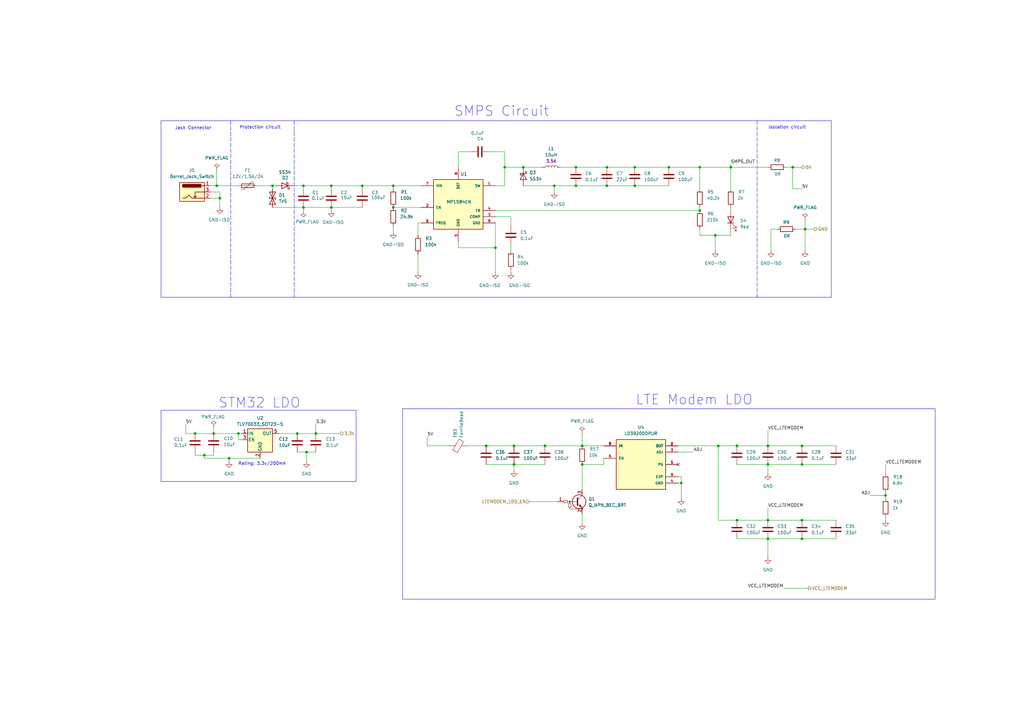
<source format=kicad_sch>
(kicad_sch (version 20231120) (generator "eeschema") (generator_version "8.0")
  (paper "A3")
  (lib_symbols
    (symbol "Connector:Barrel_Jack_Switch" (pin_names hide)
      (property "Reference" "J" (at 0 5.334 0))
      (property "Value" "Barrel_Jack_Switch" (at 0 -5.08 0))
      (symbol "Barrel_Jack_Switch_0_1"
        (rectangle (start -5.08 3.81) (end 5.08 -3.81) (stroke (width 0.254)) (fill (type background)))
        (arc (start -3.302 3.175) (mid -3.9343 2.54) (end -3.302 1.905) (stroke (width 0.254)))
        (arc (start -3.302 3.175) (mid -3.9343 2.54) (end -3.302 1.905) (stroke (width 0.254)) (fill (type outline)))
        (polyline (pts (xy 1.27 -2.286) (xy 1.905 -1.651)) (stroke (width 0.254)))
        (polyline (pts (xy 5.08 2.54) (xy 3.81 2.54)) (stroke (width 0.254)))
        (polyline (pts (xy 5.08 0) (xy 1.27 0) (xy 1.27 -2.286) (xy 0.635 -1.651)) (stroke (width 0.254)))
        (polyline (pts (xy -3.81 -2.54) (xy -2.54 -2.54) (xy -1.27 -1.27) (xy 0 -2.54) (xy 2.54 -2.54) (xy 5.08 -2.54)) (stroke (width 0.254)))
        (rectangle (start 3.683 3.175) (end -3.302 1.905) (stroke (width 0.254)) (fill (type outline)))
      )
      (symbol "Barrel_Jack_Switch_1_1"
        (pin passive line (at 7.62 2.54 180) (length 2.54) (name "~") (number "1"))
        (pin passive line (at 7.62 -2.54 180) (length 2.54) (name "~") (number "2"))
        (pin passive line (at 7.62 0 180) (length 2.54) (name "~") (number "3"))
      )
    )
    (symbol "Device:C" (pin_numbers hide) (pin_names (offset 0.254))
      (property "Reference" "C" (at 0.635 2.54 0))
      (property "Value" "C" (at 0.635 -2.54 0))
      (symbol "C_0_1"
        (polyline (pts (xy -2.032 -0.762) (xy 2.032 -0.762)) (stroke (width 0.508)))
        (polyline (pts (xy -2.032 0.762) (xy 2.032 0.762)) (stroke (width 0.508)))
      )
      (symbol "C_1_1"
        (pin passive line (at 0 3.81 270) (length 2.794) (name "~") (number "1"))
        (pin passive line (at 0 -3.81 90) (length 2.794) (name "~") (number "2"))
      )
    )
    (symbol "Device:D_Schottky" (pin_numbers hide) (pin_names (offset 1.016) hide)
      (property "Reference" "D" (at 0 2.54 0))
      (property "Value" "D_Schottky" (at 0 -2.54 0))
      (symbol "D_Schottky_0_1"
        (polyline (pts (xy 1.27 0) (xy -1.27 0)))
        (polyline (pts (xy 1.27 1.27) (xy 1.27 -1.27) (xy -1.27 0) (xy 1.27 1.27)) (stroke (width 0.254)))
        (polyline (pts (xy -1.905 0.635) (xy -1.905 1.27) (xy -1.27 1.27) (xy -1.27 -1.27) (xy -0.635 -1.27) (xy -0.635 -0.635)) (stroke (width 0.254)))
      )
      (symbol "D_Schottky_1_1"
        (pin passive line (at -3.81 0 0) (length 2.54) (name "K") (number "1"))
        (pin passive line (at 3.81 0 180) (length 2.54) (name "A") (number "2"))
      )
    )
    (symbol "Device:FerriteBead" (pin_numbers hide) (pin_names (offset 0))
      (property "Reference" "FB" (at -3.81 0.635 90))
      (property "Value" "FerriteBead" (at 3.81 0 90))
      (symbol "FerriteBead_0_1"
        (polyline (pts (xy 0 -1.27) (xy 0 -1.2192)))
        (polyline (pts (xy 0 1.27) (xy 0 1.2954)))
        (polyline (pts (xy -2.7686 0.4064) (xy -1.7018 2.2606) (xy 2.7686 -0.3048) (xy 1.6764 -2.159) (xy -2.7686 0.4064)))
      )
      (symbol "FerriteBead_1_1"
        (pin passive line (at 0 3.81 270) (length 2.54) (name "~") (number "1"))
        (pin passive line (at 0 -3.81 90) (length 2.54) (name "~") (number "2"))
      )
    )
    (symbol "Device:Q_NPN_BEC_BRT" (pin_names hide)
      (property "Reference" "Q" (at 3.81 1.27 0))
      (property "Value" "Q_NPN_BEC_BRT" (at 3.81 -1.27 0))
      (symbol "Q_NPN_BEC_BRT_0_1"
        (rectangle (start -6.35 0.508) (end -4.826 -0.508))
        (rectangle (start -4.318 -2.286) (end -3.302 -0.762))
        (circle (center -3.81 0) (radius 0.254) (fill (type outline)))
        (polyline (pts (xy -3.81 -0.762) (xy -3.81 0)))
        (polyline (pts (xy -0.762 0) (xy -4.826 0)))
        (polyline (pts (xy -0.635 1.524) (xy -0.635 -1.524)) (stroke (width 0.508)))
        (polyline (pts (xy -3.81 -2.286) (xy -3.81 -3.048) (xy 1.27 -3.048)))
        (circle (center 1.27 -3.048) (radius 0.254) (fill (type outline)))
      )
      (symbol "Q_NPN_BEC_BRT_1_1"
        (polyline (pts (xy -0.635 0.635) (xy 1.27 2.54)))
        (polyline (pts (xy -0.635 -0.635) (xy 1.27 -2.54) (xy 1.27 -2.54)))
        (polyline (pts (xy 0 -1.778) (xy 0.508 -1.27) (xy 1.016 -2.286) (xy 0 -1.778) (xy 0 -1.778)) (fill (type outline)))
        (circle (center 0 0) (radius 2.8194) (stroke (width 0.254)))
        (pin input line (at -8.89 0 0) (length 2.54) (name "B") (number "1"))
        (pin passive line (at 1.27 -5.08 90) (length 2.54) (name "E") (number "2"))
        (pin passive line (at 1.27 5.08 270) (length 2.54) (name "C") (number "3"))
      )
    )
    (symbol "Device:R" (pin_numbers hide) (pin_names (offset 0))
      (property "Reference" "R" (at 2.032 0 90))
      (property "Value" "R" (at 0 0 90))
      (symbol "R_0_1"
        (rectangle (start -1.016 -2.54) (end 1.016 2.54) (stroke (width 0.254)))
      )
      (symbol "R_1_1"
        (pin passive line (at 0 3.81 270) (length 1.27) (name "~") (number "1"))
        (pin passive line (at 0 -3.81 90) (length 1.27) (name "~") (number "2"))
      )
    )
    (symbol "IoT_Library:MP1584EN" (pin_names (offset 1.016))
      (property "Reference" "U1" (at 2.286 -12.446 0))
      (property "Value" "MP1584EN" (at 0.254 -1.016 0))
      (symbol "MP1584EN_0_0"
        (rectangle (start -10.16 10.16) (end 10.16 -10.16) (stroke (width 0.254)) (fill (type background)))
        (pin output line (at 15.24 -7.62 180) (length 5.08) (name "SW") (number "1"))
        (pin input line (at -15.24 1.27 0) (length 5.08) (name "EN") (number "2"))
        (pin output line (at 15.24 5.08 180) (length 5.08) (name "COMP") (number "3"))
        (pin input line (at 15.24 2.54 180) (length 5.08) (name "FB") (number "4"))
        (pin power_in line (at 0 15.24 270) (length 5.08) (name "GND") (number "5"))
        (pin input line (at -15.24 7.62 0) (length 5.08) (name "FREQ") (number "6"))
        (pin input line (at -15.24 -7.62 0) (length 5.08) (name "VIN") (number "7"))
        (pin passive line (at 0 -15.24 90) (length 5.08) (name "BST") (number "8"))
        (pin power_in line (at 15.24 7.62 180) (length 5.08) (name "GND") (number "9"))
      )
    )
    (symbol "LD39200DPUR:LD39200DPUR" (pin_names (offset 1.016))
      (property "Reference" "U4" (at 0 15.24 0))
      (property "Value" "LD39200DPUR" (at 0 12.7 0))
      (symbol "LD39200DPUR_0_0"
        (rectangle (start -10.16 -10.16) (end 10.16 10.16) (stroke (width 0.254)) (fill (type background)))
        (pin power_out line (at 15.24 7.62 180) (length 5.08) (name "OUT") (number "1"))
        (pin power_out line (at 15.24 7.62 180) (length 5.08) (name "OUT") (number "2"))
        (pin input line (at 15.24 5.08 180) (length 5.08) (name "ADJ") (number "3"))
        (pin power_in line (at 15.24 -7.62 180) (length 5.08) (name "GND") (number "4"))
        (pin output line (at 15.24 0 180) (length 5.08) (name "PG") (number "5"))
        (pin input line (at -15.24 2.54 0) (length 5.08) (name "EN") (number "6"))
        (pin input line (at -15.24 7.62 0) (length 5.08) (name "IN") (number "7"))
        (pin input line (at -15.24 7.62 0) (length 5.08) (name "IN") (number "8"))
        (pin power_in line (at 15.24 -5.08 180) (length 5.08) (name "EXP") (number "9"))
      )
    )
    (symbol "Regulator_Linear:TLV70033_SOT23-5" (pin_names (offset 0.254))
      (property "Reference" "U" (at -3.81 5.715 0))
      (property "Value" "TLV70033_SOT23-5" (at 0 5.715 0))
      (symbol "TLV70033_SOT23-5_0_1"
        (rectangle (start -5.08 4.445) (end 5.08 -5.08) (stroke (width 0.254)) (fill (type background)))
      )
      (symbol "TLV70033_SOT23-5_1_1"
        (pin power_in line (at -7.62 2.54 0) (length 2.54) (name "IN") (number "1"))
        (pin power_in line (at 0 -7.62 90) (length 2.54) (name "GND") (number "2"))
        (pin input line (at -7.62 0 0) (length 2.54) (name "EN") (number "3"))
        (pin no_connect line (at 5.08 0 180) (length 2.54) hide (name "NC") (number "4"))
        (pin power_out line (at 7.62 2.54 180) (length 2.54) (name "OUT") (number "5"))
      )
    )
    (symbol "SparkFun-Capacitor:C" (pin_numbers hide) (pin_names (offset 0.254))
      (property "Reference" "C" (at 0.635 2.54 0))
      (property "Value" "C" (at 0.635 -2.54 0))
      (property "Voltage" "1kV" (at 0 -6.35 0))
      (property "Tolerance" "100%" (at 0 -8.89 0))
      (symbol "C_0_1"
        (polyline (pts (xy -2.032 -0.762) (xy 2.032 -0.762)) (stroke (width 0.508)))
        (polyline (pts (xy -2.032 0.762) (xy 2.032 0.762)) (stroke (width 0.508)))
      )
      (symbol "C_1_1"
        (pin passive line (at 0 3.81 270) (length 2.794) (name "~") (number "1"))
        (pin passive line (at 0 -3.81 90) (length 2.794) (name "~") (number "2"))
      )
    )
    (symbol "SparkFun-Coil:15uH_0805_0.35A" (pin_numbers hide) (pin_names (offset 1.016) hide)
      (property "Reference" "L" (at 0 2.54 0))
      (property "Value" "15uH" (at 0 -1.27 0))
      (property "Current" "700mA" (at 0 -3.81 0))
      (symbol "15uH_0805_0.35A_0_1"
        (arc (start -1.27 0) (mid -1.905 0.6323) (end -2.54 0))
        (arc (start 0 0) (mid -0.635 0.6323) (end -1.27 0))
        (arc (start 1.27 0) (mid 0.635 0.6323) (end 0 0))
        (arc (start 2.54 0) (mid 1.905 0.6323) (end 1.27 0))
      )
      (symbol "15uH_0805_0.35A_1_1"
        (pin passive line (at -3.81 0 0) (length 1.27) (name "1") (number "1"))
        (pin passive line (at 3.81 0 180) (length 1.27) (name "2") (number "2"))
      )
    )
    (symbol "SparkFun-DiscreteSemi:D_TVS" (pin_numbers hide) (pin_names (offset 1.016) hide)
      (property "Reference" "D" (at 0 2.54 0))
      (property "Value" "TVS" (at 0 -2.54 0))
      (symbol "D_TVS_0_1"
        (polyline (pts (xy 1.27 0) (xy -1.27 0)))
        (polyline (pts (xy 0.508 1.27) (xy 0 1.27) (xy 0 -1.27) (xy -0.508 -1.27)) (stroke (width 0.254)))
        (polyline (pts (xy -2.54 1.27) (xy -2.54 -1.27) (xy 2.54 1.27) (xy 2.54 -1.27) (xy -2.54 1.27)) (stroke (width 0.254)))
      )
      (symbol "D_TVS_1_1"
        (pin passive line (at -3.81 0 0) (length 2.54) (name "A1") (number "1"))
        (pin passive line (at 3.81 0 180) (length 2.54) (name "A2") (number "2"))
      )
    )
    (symbol "SparkFun-Fuse:Fuse 6V/0.5A/1A" (pin_numbers hide) (pin_names (offset 0))
      (property "Reference" "F" (at 0 2.54 0))
      (property "Value" "6V/0.5A/1A" (at 0 -2.54 0))
      (symbol "Fuse 6V/0.5A/1A_0_1"
        (polyline (pts (xy 2.54 0) (xy -2.54 0)))
        (polyline (pts (xy 2.54 1.524) (xy 1.524 1.524) (xy -1.524 -1.524) (xy -2.54 -1.524)))
        (rectangle (start 2.54 0.762) (end -2.54 -0.762) (stroke (width 0.254)))
      )
      (symbol "Fuse 6V/0.5A/1A_1_1"
        (pin passive line (at 3.81 0 180) (length 1.27) (name "~") (number "1"))
        (pin passive line (at -3.81 0 0) (length 1.27) (name "~") (number "2"))
      )
    )
    (symbol "SparkFun-LED:LED_Red_0603" (pin_numbers hide) (pin_names (offset 1.016) hide)
      (property "Reference" "D" (at 0 2.54 0))
      (property "Value" "Red" (at 0 -2.54 0))
      (symbol "LED_Red_0603_0_1"
        (polyline (pts (xy -1.27 -1.27) (xy -1.27 1.27)) (stroke (width 0.254)))
        (polyline (pts (xy -1.27 0) (xy 1.27 0)))
        (polyline (pts (xy 1.27 -1.27) (xy 1.27 1.27) (xy -1.27 0) (xy 1.27 -1.27)) (stroke (width 0.254)))
        (polyline (pts (xy -3.048 -0.762) (xy -4.572 -2.286) (xy -3.81 -2.286) (xy -4.572 -2.286) (xy -4.572 -1.524)))
        (polyline (pts (xy -1.778 -0.762) (xy -3.302 -2.286) (xy -2.54 -2.286) (xy -3.302 -2.286) (xy -3.302 -1.524)))
      )
      (symbol "LED_Red_0603_1_1"
        (pin passive line (at -3.81 0 0) (length 2.54) (name "K") (number "1"))
        (pin passive line (at 3.81 0 180) (length 2.54) (name "A") (number "2"))
      )
    )
    (symbol "power:GND" (power) (pin_numbers hide) (pin_names (offset 0) hide)
      (property "Value" "GND" (at 0 -3.81 0))
      (symbol "GND_0_1"
        (polyline (pts (xy 0 0) (xy 0 -1.27) (xy 1.27 -1.27) (xy 0 -2.54) (xy -1.27 -1.27) (xy 0 -1.27)))
      )
      (symbol "GND_1_1"
        (pin power_in line (at 0 0 270) (length 0) (name "~") (number "1"))
      )
    )
    (symbol "power:PWR_FLAG" (power) (pin_numbers hide) (pin_names (offset 0) hide)
      (property "Value" "PWR_FLAG" (at 0 3.81 0))
      (symbol "PWR_FLAG_0_0"
        (pin power_out line (at 0 0 90) (length 0) (name "~") (number "1"))
      )
      (symbol "PWR_FLAG_0_1"
        (polyline (pts (xy 0 0) (xy 0 1.27) (xy -1.016 1.905) (xy 0 2.54) (xy 1.016 1.905) (xy 0 1.27)))
      )
    )
  )
  (junction (at 80.01 177.8))
  (junction (at 199.39 182.88))
  (junction (at 294.64 182.88))
  (junction (at 328.93 190.5))
  (junction (at 111.76 76.2))
  (junction (at 325.12 68.58))
  (junction (at 302.26 182.88))
  (junction (at 299.72 68.58))
  (junction (at 203.2 101.6))
  (junction (at 238.76 182.88))
  (junction (at 260.35 76.2))
  (junction (at 93.98 187.96))
  (junction (at 129.54 177.8))
  (junction (at 279.4 198.12))
  (junction (at 260.35 68.58))
  (junction (at 207.01 68.58))
  (junction (at 330.2 93.98))
  (junction (at 227.33 76.2))
  (junction (at 135.89 76.2))
  (junction (at 287.02 68.58))
  (junction (at 328.93 182.88))
  (junction (at 314.96 190.5))
  (junction (at 248.92 76.2))
  (junction (at 223.52 182.88))
  (junction (at 214.63 68.58))
  (junction (at 314.96 220.98))
  (junction (at 87.63 177.8))
  (junction (at 161.29 76.2))
  (junction (at 236.22 76.2))
  (junction (at 135.89 85.09))
  (junction (at 287.02 86.36))
  (junction (at 124.46 76.2))
  (junction (at 293.37 96.52))
  (junction (at 124.46 85.09))
  (junction (at 314.96 213.36))
  (junction (at 148.59 76.2))
  (junction (at 238.76 190.5))
  (junction (at 88.9 76.2))
  (junction (at 161.29 85.09))
  (junction (at 236.22 68.58))
  (junction (at 302.26 213.36))
  (junction (at 248.92 68.58))
  (junction (at 328.93 213.36))
  (junction (at 274.32 68.58))
  (junction (at 83.82 186.69))
  (junction (at 210.82 182.88))
  (junction (at 121.92 177.8))
  (junction (at 210.82 190.5))
  (junction (at 125.73 185.42))
  (junction (at 90.17 81.28))
  (junction (at 328.93 220.98))
  (junction (at 97.79 177.8))
  (junction (at 314.96 182.88))
  (junction (at 363.22 203.2))
  (no_connect (at 278.13 190.5))
  (wire (pts (xy 193.04 62.23) (xy 187.96 62.23)))
  (wire (pts (xy 124.46 85.09) (xy 124.46 86.36)))
  (wire (pts (xy 330.2 93.98) (xy 334.01 93.98)))
  (wire (pts (xy 135.89 85.09) (xy 135.89 86.36)))
  (wire (pts (xy 114.3 177.8) (xy 121.92 177.8)))
  (wire (pts (xy 203.2 91.44) (xy 203.2 101.6)))
  (wire (pts (xy 328.93 220.98) (xy 342.9 220.98)))
  (wire (pts (xy 135.89 76.2) (xy 148.59 76.2)))
  (wire (pts (xy 330.2 93.98) (xy 330.2 102.87)))
  (wire (pts (xy 314.96 190.5) (xy 328.93 190.5)))
  (wire (pts (xy 278.13 198.12) (xy 279.4 198.12)))
  (wire (pts (xy 299.72 68.58) (xy 314.96 68.58)))
  (wire (pts (xy 83.82 186.69) (xy 87.63 186.69)))
  (wire (pts (xy 129.54 177.8) (xy 139.7 177.8)))
  (wire (pts (xy 227.33 76.2) (xy 227.33 78.74)))
  (wire (pts (xy 105.41 76.2) (xy 111.76 76.2)))
  (wire (pts (xy 187.96 62.23) (xy 187.96 68.58)))
  (wire (pts (xy 90.17 78.74) (xy 90.17 81.28)))
  (wire (pts (xy 299.72 67.31) (xy 299.72 68.58)))
  (wire (pts (xy 356.87 203.2) (xy 363.22 203.2)))
  (wire (pts (xy 76.2 177.8) (xy 80.01 177.8)))
  (wire (pts (xy 80.01 186.69) (xy 83.82 186.69)))
  (wire (pts (xy 161.29 77.47) (xy 161.29 76.2)))
  (wire (pts (xy 87.63 186.69) (xy 87.63 185.42)))
  (wire (pts (xy 314.96 228.6) (xy 314.96 220.98)))
  (wire (pts (xy 314.96 220.98) (xy 328.93 220.98)))
  (wire (pts (xy 209.55 92.71) (xy 209.55 88.9)))
  (wire (pts (xy 299.72 68.58) (xy 287.02 68.58)))
  (wire (pts (xy 93.98 187.96) (xy 83.82 187.96)))
  (wire (pts (xy 217.17 205.74) (xy 228.6 205.74)))
  (wire (pts (xy 294.64 182.88) (xy 302.26 182.88)))
  (wire (pts (xy 207.01 68.58) (xy 207.01 76.2)))
  (wire (pts (xy 111.76 85.09) (xy 124.46 85.09)))
  (wire (pts (xy 106.68 187.96) (xy 93.98 187.96)))
  (wire (pts (xy 207.01 62.23) (xy 207.01 68.58)))
  (wire (pts (xy 86.36 76.2) (xy 88.9 76.2)))
  (wire (pts (xy 171.45 91.44) (xy 171.45 96.52)))
  (wire (pts (xy 199.39 182.88) (xy 210.82 182.88)))
  (wire (pts (xy 279.4 195.58) (xy 279.4 198.12)))
  (wire (pts (xy 287.02 85.09) (xy 287.02 86.36)))
  (polyline (pts (xy 310.515 49.53) (xy 310.515 121.92)) (stroke (width 0) (type dash)))
  (wire (pts (xy 314.96 213.36) (xy 328.93 213.36)))
  (wire (pts (xy 278.13 195.58) (xy 279.4 195.58)))
  (wire (pts (xy 97.79 177.8) (xy 99.06 177.8)))
  (wire (pts (xy 80.01 177.8) (xy 87.63 177.8)))
  (wire (pts (xy 227.33 76.2) (xy 236.22 76.2)))
  (wire (pts (xy 124.46 76.2) (xy 124.46 77.47)))
  (wire (pts (xy 135.89 85.09) (xy 148.59 85.09)))
  (wire (pts (xy 302.26 213.36) (xy 294.64 213.36)))
  (wire (pts (xy 99.06 180.34) (xy 97.79 180.34)))
  (wire (pts (xy 97.79 180.34) (xy 97.79 177.8)))
  (wire (pts (xy 175.26 179.07) (xy 175.26 182.88)))
  (wire (pts (xy 210.82 190.5) (xy 223.52 190.5)))
  (wire (pts (xy 83.82 187.96) (xy 83.82 186.69)))
  (wire (pts (xy 121.92 185.42) (xy 125.73 185.42)))
  (wire (pts (xy 363.22 190.5) (xy 363.22 194.31)))
  (wire (pts (xy 209.55 88.9) (xy 203.2 88.9)))
  (wire (pts (xy 135.89 76.2) (xy 135.89 77.47)))
  (wire (pts (xy 325.12 68.58) (xy 328.93 68.58)))
  (wire (pts (xy 191.77 182.88) (xy 199.39 182.88)))
  (wire (pts (xy 148.59 76.2) (xy 148.59 77.47)))
  (wire (pts (xy 278.13 182.88) (xy 294.64 182.88)))
  (wire (pts (xy 187.96 101.6) (xy 203.2 101.6)))
  (wire (pts (xy 302.26 190.5) (xy 314.96 190.5)))
  (polyline (pts (xy 94.615 49.53) (xy 94.615 121.92)) (stroke (width 0) (type dash)))
  (wire (pts (xy 121.92 177.8) (xy 129.54 177.8)))
  (wire (pts (xy 125.73 185.42) (xy 129.54 185.42)))
  (wire (pts (xy 247.65 187.96) (xy 247.65 190.5)))
  (wire (pts (xy 299.72 85.09) (xy 299.72 86.36)))
  (wire (pts (xy 111.76 76.2) (xy 111.76 77.47)))
  (wire (pts (xy 161.29 76.2) (xy 172.72 76.2)))
  (wire (pts (xy 238.76 190.5) (xy 238.76 200.66)))
  (wire (pts (xy 87.63 175.26) (xy 87.63 177.8)))
  (wire (pts (xy 325.12 68.58) (xy 325.12 77.47)))
  (wire (pts (xy 302.26 213.36) (xy 314.96 213.36)))
  (wire (pts (xy 229.87 68.58) (xy 236.22 68.58)))
  (wire (pts (xy 293.37 96.52) (xy 293.37 102.87)))
  (wire (pts (xy 236.22 68.58) (xy 248.92 68.58)))
  (wire (pts (xy 93.98 187.96) (xy 93.98 189.23)))
  (wire (pts (xy 302.26 182.88) (xy 314.96 182.88)))
  (wire (pts (xy 88.9 69.85) (xy 88.9 76.2)))
  (wire (pts (xy 113.03 76.2) (xy 111.76 76.2)))
  (wire (pts (xy 171.45 104.14) (xy 171.45 111.76)))
  (wire (pts (xy 299.72 77.47) (xy 299.72 68.58)))
  (wire (pts (xy 294.64 213.36) (xy 294.64 182.88)))
  (polyline (pts (xy 120.65 49.53) (xy 120.65 121.92)) (stroke (width 0) (type dash)))
  (wire (pts (xy 175.26 182.88) (xy 184.15 182.88)))
  (wire (pts (xy 124.46 76.2) (xy 135.89 76.2)))
  (wire (pts (xy 120.65 76.2) (xy 124.46 76.2)))
  (wire (pts (xy 129.54 173.99) (xy 129.54 177.8)))
  (wire (pts (xy 260.35 76.2) (xy 274.32 76.2)))
  (wire (pts (xy 279.4 198.12) (xy 279.4 204.47)))
  (wire (pts (xy 199.39 190.5) (xy 210.82 190.5)))
  (wire (pts (xy 363.22 212.09) (xy 363.22 213.36)))
  (wire (pts (xy 210.82 182.88) (xy 223.52 182.88)))
  (wire (pts (xy 148.59 76.2) (xy 161.29 76.2)))
  (wire (pts (xy 86.36 81.28) (xy 90.17 81.28)))
  (wire (pts (xy 124.46 85.09) (xy 135.89 85.09)))
  (wire (pts (xy 223.52 182.88) (xy 238.76 182.88)))
  (wire (pts (xy 287.02 96.52) (xy 287.02 93.98)))
  (wire (pts (xy 328.93 190.5) (xy 342.9 190.5)))
  (wire (pts (xy 210.82 190.5) (xy 210.82 193.04)))
  (wire (pts (xy 322.58 68.58) (xy 325.12 68.58)))
  (wire (pts (xy 200.66 62.23) (xy 207.01 62.23)))
  (wire (pts (xy 260.35 68.58) (xy 274.32 68.58)))
  (wire (pts (xy 248.92 68.58) (xy 260.35 68.58)))
  (wire (pts (xy 214.63 76.2) (xy 227.33 76.2)))
  (wire (pts (xy 203.2 86.36) (xy 287.02 86.36)))
  (wire (pts (xy 238.76 182.88) (xy 247.65 182.88)))
  (wire (pts (xy 278.13 185.42) (xy 284.48 185.42)))
  (wire (pts (xy 363.22 203.2) (xy 363.22 201.93)))
  (wire (pts (xy 209.55 100.33) (xy 209.55 102.87)))
  (wire (pts (xy 238.76 177.8) (xy 238.76 182.88)))
  (wire (pts (xy 87.63 177.8) (xy 97.79 177.8)))
  (wire (pts (xy 328.93 213.36) (xy 342.9 213.36)))
  (wire (pts (xy 207.01 68.58) (xy 214.63 68.58)))
  (wire (pts (xy 314.96 176.53) (xy 314.96 182.88)))
  (wire (pts (xy 161.29 85.09) (xy 172.72 85.09)))
  (wire (pts (xy 187.96 99.06) (xy 187.96 101.6)))
  (wire (pts (xy 293.37 96.52) (xy 287.02 96.52)))
  (wire (pts (xy 302.26 220.98) (xy 314.96 220.98)))
  (wire (pts (xy 314.96 208.28) (xy 314.96 213.36)))
  (wire (pts (xy 248.92 76.2) (xy 260.35 76.2)))
  (wire (pts (xy 363.22 204.47) (xy 363.22 203.2)))
  (wire (pts (xy 214.63 68.58) (xy 222.25 68.58)))
  (wire (pts (xy 318.77 93.98) (xy 316.23 93.98)))
  (wire (pts (xy 88.9 76.2) (xy 97.79 76.2)))
  (wire (pts (xy 236.22 76.2) (xy 248.92 76.2)))
  (wire (pts (xy 86.36 78.74) (xy 90.17 78.74)))
  (wire (pts (xy 314.96 190.5) (xy 314.96 194.31)))
  (wire (pts (xy 330.2 90.17) (xy 330.2 93.98)))
  (wire (pts (xy 238.76 210.82) (xy 238.76 214.63)))
  (wire (pts (xy 125.73 185.42) (xy 125.73 189.23)))
  (wire (pts (xy 299.72 93.98) (xy 299.72 96.52)))
  (wire (pts (xy 314.96 182.88) (xy 328.93 182.88)))
  (wire (pts (xy 326.39 93.98) (xy 330.2 93.98)))
  (wire (pts (xy 321.31 241.3) (xy 331.47 241.3)))
  (wire (pts (xy 76.2 173.99) (xy 76.2 177.8)))
  (wire (pts (xy 172.72 91.44) (xy 171.45 91.44)))
  (wire (pts (xy 90.17 81.28) (xy 90.17 85.09)))
  (wire (pts (xy 287.02 77.47) (xy 287.02 68.58)))
  (wire (pts (xy 328.93 77.47) (xy 325.12 77.47)))
  (wire (pts (xy 328.93 182.88) (xy 342.9 182.88)))
  (wire (pts (xy 80.01 185.42) (xy 80.01 186.69)))
  (wire (pts (xy 207.01 76.2) (xy 203.2 76.2)))
  (wire (pts (xy 274.32 68.58) (xy 287.02 68.58)))
  (wire (pts (xy 316.23 93.98) (xy 316.23 102.87)))
  (wire (pts (xy 247.65 190.5) (xy 238.76 190.5)))
  (wire (pts (xy 203.2 101.6) (xy 203.2 111.76)))
  (wire (pts (xy 161.29 92.71) (xy 161.29 95.25)))
  (wire (pts (xy 209.55 110.49) (xy 209.55 111.76)))
  (wire (pts (xy 299.72 96.52) (xy 293.37 96.52)))
  (rectangle (start 66.04 49.53) (end 340.995 121.92))
  (rectangle (start 66.04 168.275) (end 146.05 197.485))
  (rectangle (start 165.1 167.64) (end 383.54 245.745))
  (text "Protection circuit" (at 106.68 52.324 0) (effects (font (size 1.27 1.27))))
  (text "LTE Modem LDO" (at 284.734 164.084 0) (effects (font (size 4 4))))
  (text "Jack Connector" (at 79.248 52.578 0) (effects (font (size 1.27 1.27))))
  (text "Isolation circuit" (at 322.834 52.324 0) (effects (font (size 1.27 1.27))))
  (text "Rating: 3.3v/200mA" (at 107.442 190.246 0) (effects (font (size 1.27 1.27))))
  (text "STM32 LDO" (at 106.426 165.354 0) (effects (font (size 4 4))))
  (text "SMPS Circuit" (at 205.74 45.72 0) (effects (font (size 4 4))))
  (label "3.3V" (at 129.54 173.99 0))
  (label "5V" (at 76.2 173.99 0))
  (label "5V" (at 175.26 179.07 0))
  (label "VCC_LTEMODEM" (at 363.22 190.5 0))
  (label "ADJ" (at 356.87 203.2 180))
  (label "VCC_LTEMODEM" (at 321.31 241.3 180))
  (label "VCC_LTEMODEM" (at 314.96 208.28 0))
  (label "ADJ" (at 284.48 185.42 0))
  (label "SMPS_OUT" (at 299.72 67.31 0))
  (label "VCC_LTEMODEM" (at 314.96 176.53 0))
  (label "5V" (at 328.93 77.47 0))
  (hierarchical_label "GND" (shape output) (at 334.01 93.98 0))
  (hierarchical_label "LTEMODEM_LDO_EN" (shape input) (at 217.17 205.74 180))
  (hierarchical_label "3.3V" (shape output) (at 139.7 177.8 0))
  (hierarchical_label "5V" (shape output) (at 328.93 68.58 0))
  (hierarchical_label "VCC_LTEMODEM" (shape output) (at 331.47 241.3 0))
  (symbol (lib_id "Device:C") (at 135.89 81.28 0) (unit 1)
    (property "Reference" "C2" (at 139.7 78.994 0) (effects (justify left)))
    (property "Value" "10uF" (at 139.7 81.026 0) (effects (justify left)))
    (property "Footprint" "Capacitor_SMD:C_0603_1608Metric_Pad1.08x0.95mm_HandSolder" (effects (hide yes)))
    (property "Description" "Unpolarized capacitor" (effects (hide yes)))
  )
  (symbol (lib_id "power:GND") (at 238.76 214.63 0) (unit 1)
    (property "Reference" "#PWR021" (effects (hide yes)))
    (property "Value" "GND" (at 238.76 219.71 0))
    (property "Description" "Power symbol creates a global label with name \"GND\" , ground" (effects (hide yes)))
  )
  (symbol (lib_id "power:PWR_FLAG") (at 88.9 69.85 0) (unit 1)
    (property "Reference" "#FLG01" (effects (hide yes)))
    (property "Value" "PWR_FLAG" (at 88.9 64.77 0))
    (property "Description" "Special symbol for telling ERC where power comes from" (effects (hide yes)))
  )
  (symbol (lib_id "power:GND") (at 314.96 228.6 0) (unit 1)
    (property "Reference" "#PWR016" (effects (hide yes)))
    (property "Value" "GND" (at 314.96 233.68 0))
    (property "Description" "Power symbol creates a global label with name \"GND\" , ground" (effects (hide yes)))
  )
  (symbol (lib_id "Device:C") (at 274.32 72.39 0) (unit 1)
    (property "Reference" "C9" (at 278.13 71.1199 0) (effects (justify left)))
    (property "Value" "100uF" (at 278.13 73.6599 0) (effects (justify left)))
    (property "Footprint" "Capacitor_SMD:C_1206_3216Metric_Pad1.33x1.80mm_HandSolder" (effects (hide yes)))
    (property "Description" "Unpolarized capacitor" (effects (hide yes)))
  )
  (symbol (lib_id "Device:C") (at 342.9 186.69 0) (unit 1)
    (property "Reference" "C31" (at 346.71 185.4199 0) (effects (justify left)))
    (property "Value" "33pF" (at 346.71 187.9599 0) (effects (justify left)))
    (property "Footprint" "Capacitor_SMD:C_0603_1608Metric_Pad1.08x0.95mm_HandSolder" (effects (hide yes)))
    (property "Description" "Unpolarized capacitor" (effects (hide yes)))
  )
  (symbol (lib_id "SparkFun-Capacitor:C") (at 87.63 181.61 0) (unit 1)
    (property "Reference" "C10" (at 91.694 179.832 0) (effects (justify left)))
    (property "Value" "10uF" (at 91.694 182.372 0) (effects (justify left)))
    (property "Footprint" "Capacitor_SMD:C_0603_1608Metric_Pad1.08x0.95mm_HandSolder" (effects (hide yes)))
    (property "Datasheet" "https://cdn.sparkfun.com/assets/8/a/4/a/5/Kemet_Capacitor_Datasheet.pdf" (effects (hide yes)))
    (property "Description" "Unpolarized capacitor" (effects (hide yes)))
    (property "PROD_ID" "CAP-00000" (effects (hide yes)))
    (property "Voltage" "1kV" (effects (hide yes)))
    (property "Tolerance" "100%" (effects (hide yes)))
  )
  (symbol (lib_id "Device:R") (at 318.77 68.58 90) (unit 1)
    (property "Reference" "R8" (at 320.04 65.786 90) (effects (justify left)))
    (property "Value" "0R" (at 320.294 71.374 90) (effects (justify left)))
    (property "Footprint" "Resistor_SMD:R_0603_1608Metric" (effects (hide yes)))
    (property "Description" "Resistor" (effects (hide yes)))
  )
  (symbol (lib_id "Device:C") (at 236.22 72.39 0) (unit 1)
    (property "Reference" "C6" (at 240.03 71.1199 0) (effects (justify left)))
    (property "Value" "0.1uF" (at 240.03 73.6599 0) (effects (justify left)))
    (property "Footprint" "Capacitor_SMD:C_0603_1608Metric_Pad1.08x0.95mm_HandSolder" (effects (hide yes)))
    (property "Description" "Unpolarized capacitor" (effects (hide yes)))
  )
  (symbol (lib_id "SparkFun-DiscreteSemi:D_TVS") (at 111.76 81.28 90) (unit 1)
    (property "Reference" "D1" (at 114.3 80.0099 90) (effects (justify right)))
    (property "Value" "TVS" (at 114.3 82.5499 90) (effects (justify right)))
    (property "Footprint" "Diode_SMD:D_0805_2012Metric_Pad1.15x1.40mm_HandSolder" (effects (hide yes)))
    (property "Description" "Bidirectional transient-voltage-suppression diode" (effects (hide yes)))
    (property "PROD_ID" "IC-" (effects (hide yes)))
  )
  (symbol (lib_id "Device:C") (at 196.85 62.23 90) (unit 1)
    (property "Reference" "C4" (at 198.374 56.896 90) (effects (justify left)))
    (property "Value" "0.1uF" (at 198.628 54.61 90) (effects (justify left)))
    (property "Footprint" "Capacitor_SMD:C_0603_1608Metric_Pad1.08x0.95mm_HandSolder" (effects (hide yes)))
    (property "Description" "Unpolarized capacitor" (effects (hide yes)))
  )
  (symbol (lib_id "Device:R") (at 238.76 186.69 0) (unit 1)
    (property "Reference" "R17" (at 241.808 184.15 0) (effects (justify left)))
    (property "Value" "10k" (at 241.554 186.69 0) (effects (justify left)))
    (property "Footprint" "Resistor_SMD:R_0603_1608Metric" (effects (hide yes)))
    (property "Description" "Resistor" (effects (hide yes)))
  )
  (symbol (lib_id "power:GND") (at 316.23 102.87 0) (unit 1)
    (property "Reference" "#PWR09" (effects (hide yes)))
    (property "Value" "GND-ISO" (at 316.23 107.95 0))
    (property "Description" "Power symbol creates a global label with name \"GND\" , ground" (effects (hide yes)))
  )
  (symbol (lib_id "Device:C") (at 302.26 217.17 0) (unit 1)
    (property "Reference" "C32" (at 306.07 215.8999 0) (effects (justify left)))
    (property "Value" "100uF" (at 306.07 218.4399 0) (effects (justify left)))
    (property "Footprint" "Capacitor_SMD:C_1206_3216Metric_Pad1.33x1.80mm_HandSolder" (effects (hide yes)))
    (property "Description" "Unpolarized capacitor" (effects (hide yes)))
  )
  (symbol (lib_id "power:GND") (at 209.55 111.76 0) (unit 1)
    (property "Reference" "#PWR06" (effects (hide yes)))
    (property "Value" "GND-ISO" (at 213.106 117.094 0))
    (property "Description" "Power symbol creates a global label with name \"GND\" , ground" (effects (hide yes)))
  )
  (symbol (lib_id "power:GND") (at 125.73 189.23 0) (unit 1)
    (property "Reference" "#PWR012" (effects (hide yes)))
    (property "Value" "GND" (at 125.73 194.31 0))
    (property "Description" "Power symbol creates a global label with name \"GND\" , ground" (effects (hide yes)))
  )
  (symbol (lib_id "power:PWR_FLAG") (at 238.76 177.8 0) (unit 1)
    (property "Reference" "#FLG07" (effects (hide yes)))
    (property "Value" "PWR_FLAG" (at 238.76 172.72 0))
    (property "Description" "Special symbol for telling ERC where power comes from" (effects (hide yes)))
  )
  (symbol (lib_id "power:GND") (at 293.37 102.87 0) (unit 1)
    (property "Reference" "#PWR08" (effects (hide yes)))
    (property "Value" "GND-ISO" (at 293.37 107.95 0))
    (property "Description" "Power symbol creates a global label with name \"GND\" , ground" (effects (hide yes)))
  )
  (symbol (lib_id "power:GND") (at 227.33 78.74 0) (unit 1)
    (property "Reference" "#PWR07" (effects (hide yes)))
    (property "Value" "GND-ISO" (at 227.33 83.82 0))
    (property "Description" "Power symbol creates a global label with name \"GND\" , ground" (effects (hide yes)))
  )
  (symbol (lib_id "Regulator_Linear:TLV70033_SOT23-5") (at 106.68 180.34 0) (unit 1)
    (property "Reference" "U2" (at 106.68 171.45 0))
    (property "Value" "TLV70033_SOT23-5" (at 106.68 173.99 0))
    (property "Footprint" "Package_TO_SOT_SMD:SOT-23-5" (effects (hide yes)))
    (property "Datasheet" "http://www.ti.com/lit/ds/symlink/tlv700.pdf" (effects (hide yes)))
    (property "Description" "200mA Low Dropout Voltage Regulator, Fixed Output 3.3V, SOT-23-5" (effects (hide yes)))
  )
  (symbol (lib_id "Device:D_Schottky") (at 214.63 72.39 270) (unit 1)
    (property "Reference" "D3" (at 217.17 70.8024 90) (effects (justify left)))
    (property "Value" "SS34" (at 217.17 73.3424 90) (effects (justify left)))
    (property "Footprint" "Diode_SMD:D_SMA" (effects (hide yes)))
    (property "Description" "Schottky diode" (effects (hide yes)))
  )
  (symbol (lib_id "power:GND") (at 171.45 111.76 0) (unit 1)
    (property "Reference" "#PWR04" (effects (hide yes)))
    (property "Value" "GND-ISO" (at 171.45 116.84 0))
    (property "Description" "Power symbol creates a global label with name \"GND\" , ground" (effects (hide yes)))
  )
  (symbol (lib_id "power:GND") (at 161.29 95.25 0) (unit 1)
    (property "Reference" "#PWR03" (effects (hide yes)))
    (property "Value" "GND-ISO" (at 161.29 100.33 0))
    (property "Description" "Power symbol creates a global label with name \"GND\" , ground" (effects (hide yes)))
  )
  (symbol (lib_id "Device:FerriteBead") (at 187.96 182.88 90) (unit 1)
    (property "Reference" "FB3" (at 186.69 179.578 0) (effects (justify left)))
    (property "Value" "FerriteBead" (at 189.23 179.578 0) (effects (justify left)))
    (property "Footprint" "Ferrite_Bead:BEADC2012X105N" (effects (hide yes)))
    (property "Description" "Ferrite bead" (effects (hide yes)))
  )
  (symbol (lib_id "SparkFun-LED:LED_Red_0603") (at 299.72 90.17 90) (unit 1)
    (property "Reference" "D4" (at 303.53 90.4874 90) (effects (justify right)))
    (property "Value" "Red" (at 303.53 93.0274 90) (effects (justify right)))
    (property "Footprint" "LED_SMD:LED_0402_1005Metric" (effects (hide yes)))
    (property "Datasheet" "https://docs.broadcom.com/docs/AV02-0551EN" (effects (hide yes)))
    (property "Description" "Light emitting diode" (effects (hide yes)))
    (property "PROD_ID" "DIO-17976" (effects (hide yes)))
  )
  (symbol (lib_id "Device:C") (at 342.9 217.17 0) (unit 1)
    (property "Reference" "C35" (at 346.71 215.8999 0) (effects (justify left)))
    (property "Value" "33pF" (at 346.71 218.4399 0) (effects (justify left)))
    (property "Footprint" "Capacitor_SMD:C_0603_1608Metric_Pad1.08x0.95mm_HandSolder" (effects (hide yes)))
    (property "Description" "Unpolarized capacitor" (effects (hide yes)))
  )
  (symbol (lib_id "power:PWR_FLAG") (at 330.2 90.17 0) (unit 1)
    (property "Reference" "#FLG04" (effects (hide yes)))
    (property "Value" "PWR_FLAG" (at 330.2 85.09 0))
    (property "Description" "Special symbol for telling ERC where power comes from" (effects (hide yes)))
  )
  (symbol (lib_id "SparkFun-Coil:15uH_0805_0.35A") (at 226.06 68.58 0) (unit 1)
    (property "Reference" "L1" (at 226.06 60.96 0))
    (property "Value" "15uH" (at 226.06 63.5 0))
    (property "Footprint" "Inductor_SMD:L_6.3x6.3_H3" (effects (hide yes)))
    (property "Datasheet" "https://search.murata.co.jp/Ceramy/image/img/P02/JELF243A-9135.pdf" (effects (hide yes)))
    (property "Description" "Inductor" (effects (hide yes)))
    (property "PROD_ID" "NDUC-14107" (effects (hide yes)))
    (property "Current" "3.5A" (at 226.06 66.04 0))
  )
  (symbol (lib_id "Device:C") (at 328.93 186.69 0) (unit 1)
    (property "Reference" "C28" (at 332.74 185.4199 0) (effects (justify left)))
    (property "Value" "0.1uF" (at 332.74 187.9599 0) (effects (justify left)))
    (property "Footprint" "Capacitor_SMD:C_0603_1608Metric_Pad1.08x0.95mm_HandSolder" (effects (hide yes)))
    (property "Description" "Unpolarized capacitor" (effects (hide yes)))
  )
  (symbol (lib_id "power:GND") (at 93.98 189.23 0) (unit 1)
    (property "Reference" "#PWR011" (effects (hide yes)))
    (property "Value" "GND" (at 93.98 194.31 0))
    (property "Description" "Power symbol creates a global label with name \"GND\" , ground" (effects (hide yes)))
  )
  (symbol (lib_id "Device:C") (at 124.46 81.28 0) (unit 1)
    (property "Reference" "C1" (at 128.016 78.994 0) (effects (justify left)))
    (property "Value" "0.1uF" (at 127.762 81.28 0) (effects (justify left)))
    (property "Footprint" "Capacitor_SMD:C_0603_1608Metric_Pad1.08x0.95mm_HandSolder" (effects (hide yes)))
    (property "Description" "Unpolarized capacitor" (effects (hide yes)))
  )
  (symbol (lib_id "power:GND") (at 135.89 86.36 0) (unit 1)
    (property "Reference" "#PWR02" (effects (hide yes)))
    (property "Value" "GND-ISO" (at 136.652 91.186 0))
    (property "Description" "Power symbol creates a global label with name \"GND\" , ground" (effects (hide yes)))
  )
  (symbol (lib_id "Device:C") (at 223.52 186.69 0) (unit 1)
    (property "Reference" "C38" (at 227.33 185.4199 0) (effects (justify left)))
    (property "Value" "100uF" (at 227.33 187.9599 0) (effects (justify left)))
    (property "Footprint" "Capacitor_SMD:C_1206_3216Metric_Pad1.33x1.80mm_HandSolder" (effects (hide yes)))
    (property "Description" "Unpolarized capacitor" (effects (hide yes)))
  )
  (symbol (lib_id "power:GND") (at 210.82 193.04 0) (unit 1)
    (property "Reference" "#PWR018" (effects (hide yes)))
    (property "Value" "GND" (at 210.82 198.12 0))
    (property "Description" "Power symbol creates a global label with name \"GND\" , ground" (effects (hide yes)))
  )
  (symbol (lib_id "Device:Q_NPN_BEC_BRT") (at 237.49 205.74 0) (unit 1)
    (property "Reference" "Q1" (at 241.3 204.6477 0) (effects (justify left)))
    (property "Value" "Q_NPN_BEC_BRT" (at 241.3 207.1877 0) (effects (justify left)))
    (property "Footprint" "Package_TO_SOT_SMD:SOT-23" (effects (hide yes)))
    (property "Description" "NPN bias resistor transistor, base/emitter/collector" (effects (hide yes)))
  )
  (symbol (lib_id "power:GND") (at 314.96 194.31 0) (unit 1)
    (property "Reference" "#PWR015" (effects (hide yes)))
    (property "Value" "GND" (at 314.96 199.39 0))
    (property "Description" "Power symbol creates a global label with name \"GND\" , ground" (effects (hide yes)))
  )
  (symbol (lib_id "power:PWR_FLAG") (at 87.63 175.26 0) (unit 1)
    (property "Reference" "#FLG03" (effects (hide yes)))
    (property "Value" "PWR_FLAG" (at 87.376 170.942 0))
    (property "Description" "Special symbol for telling ERC where power comes from" (effects (hide yes)))
  )
  (symbol (lib_id "LD39200DPUR:LD39200DPUR") (at 262.89 190.5 0) (unit 1)
    (property "Reference" "U4" (at 262.89 175.26 0))
    (property "Value" "LD39200DPUR" (at 262.89 177.8 0))
    (property "Footprint" "LD39200DPUR:SON80P400X400X100-9N" (effects (hide yes)))
    (property "MF" "STMicroelectronics" (effects (hide yes)))
    (property "MAXIMUM_PACKAGE_HEIGHT" "1 mm" (effects (hide yes)))
    (property "Package" "DFN-8 STMicroelectronics" (effects (hide yes)))
    (property "Price" "None" (effects (hide yes)))
    (property "Check_prices" "https://www.snapeda.com/parts/LD39200DPUR/STMicroelectronics/view-part/?ref=eda" (effects (hide yes)))
    (property "STANDARD" "IPC 7351B" (effects (hide yes)))
    (property "PARTREV" "3" (effects (hide yes)))
    (property "SnapEDA_Link" "https://www.snapeda.com/parts/LD39200DPUR/STMicroelectronics/view-part/?ref=snap" (effects (hide yes)))
    (property "SNAPEDA_PACKAGE_ID" "32126" (effects (hide yes)))
    (property "MP" "LD39200DPUR" (effects (hide yes)))
    (property "Purchase-URL" "https://www.snapeda.com/api/url_track_click_mouser/?unipart_id=482680&manufacturer=STMicroelectronics&part_name=LD39200DPUR&search_term=ld39200dpur" (effects (hide yes)))
    (property "Description_1" "\nLinear Voltage Regulator IC Positive Adjustable 1 Output 2A 8-DFN (4x4)\n" (effects (hide yes)))
    (property "MANUFACTURER" "STMicroelectronics" (effects (hide yes)))
    (property "Availability" "In Stock" (effects (hide yes)))
    (property "SNAPEDA_PN" "LD39200DPUR" (effects (hide yes)))
  )
  (symbol (lib_id "Device:C") (at 199.39 186.69 0) (unit 1)
    (property "Reference" "C36" (at 203.2 185.4199 0) (effects (justify left)))
    (property "Value" "0.1uF" (at 203.2 187.9599 0) (effects (justify left)))
    (property "Footprint" "Capacitor_SMD:C_0603_1608Metric_Pad1.08x0.95mm_HandSolder" (effects (hide yes)))
    (property "Description" "Unpolarized capacitor" (effects (hide yes)))
  )
  (symbol (lib_id "IoT_Library:MP1584EN") (at 187.96 83.82 0) (mirror x) (unit 1)
    (property "Reference" "U1" (at 190.246 71.374 0))
    (property "Value" "MP1584EN" (at 188.214 82.804 0))
    (property "Footprint" "IoT_Library:SOIC127P600X170-9N" (effects (hide yes)))
    (property "MF" "Monolithic Power" (effects (hide yes)))
    (property "PACKAGE" "None" (effects (hide yes)))
    (property "PRICE" "None" (effects (hide yes)))
    (property "Package" "SOIC-8 Monolithic Power" (effects (hide yes)))
    (property "Check_prices" "https://www.snapeda.com/parts/MP1584EN/Monolithic+Power+Systems+Inc./view-part/?ref=eda" (effects (hide yes)))
    (property "STANDARD" "IPC-7351B" (effects (hide yes)))
    (property "SnapEDA_Link" "https://www.snapeda.com/parts/MP1584EN/Monolithic+Power+Systems+Inc./view-part/?ref=snap" (effects (hide yes)))
    (property "MP" "MP1584EN" (effects (hide yes)))
    (property "Purchase-URL" "https://www.snapeda.com/api/url_track_click_mouser/?unipart_id=891721&manufacturer=Monolithic Power&part_name=MP1584EN&search_term=None" (effects (hide yes)))
    (property "Price" "None" (effects (hide yes)))
    (property "Availability" "In Stock" (effects (hide yes)))
    (property "AVAILABILITY" "Unavailable" (effects (hide yes)))
    (property "Description_1" "\nBuck Switching Regulator IC Positive Adjustable 0.8V 1 Output 3A 8-SOIC (0.154, 3.90mm Width) Exposed Pad\n" (effects (hide yes)))
  )
  (symbol (lib_id "SparkFun-Capacitor:C") (at 121.92 181.61 0) (unit 1)
    (property "Reference" "C12" (at 114.3 180.086 0) (effects (justify left)))
    (property "Value" "10uF" (at 114.3 182.626 0) (effects (justify left)))
    (property "Footprint" "Capacitor_SMD:C_0603_1608Metric_Pad1.08x0.95mm_HandSolder" (effects (hide yes)))
    (property "Datasheet" "https://cdn.sparkfun.com/assets/8/a/4/a/5/Kemet_Capacitor_Datasheet.pdf" (effects (hide yes)))
    (property "Description" "Unpolarized capacitor" (effects (hide yes)))
    (property "PROD_ID" "CAP-00000" (effects (hide yes)))
    (property "Voltage" "1kV" (effects (hide yes)))
    (property "Tolerance" "100%" (effects (hide yes)))
  )
  (symbol (lib_id "Device:R") (at 209.55 106.68 0) (unit 1)
    (property "Reference" "R4" (at 212.09 105.4099 0) (effects (justify left)))
    (property "Value" "100k" (at 212.09 107.9499 0) (effects (justify left)))
    (property "Footprint" "Resistor_SMD:R_0603_1608Metric" (effects (hide yes)))
    (property "Description" "Resistor" (effects (hide yes)))
  )
  (symbol (lib_id "Connector:Barrel_Jack_Switch") (at 78.74 78.74 0) (unit 1)
    (property "Reference" "J1" (at 78.74 69.85 0))
    (property "Value" "Barrel_Jack_Switch" (at 78.74 72.39 0))
    (property "Footprint" "Connector_BarrelJack:BarrelJack_CLIFF_FC681465S_SMT_Horizontal" (effects (hide yes)))
    (property "Description" "DC Barrel Jack with an internal switch" (effects (hide yes)))
  )
  (symbol (lib_id "Device:C") (at 209.55 96.52 0) (unit 1)
    (property "Reference" "C5" (at 213.36 95.2499 0) (effects (justify left)))
    (property "Value" "0.1uF" (at 213.36 97.7899 0) (effects (justify left)))
    (property "Footprint" "Capacitor_SMD:C_0603_1608Metric_Pad1.08x0.95mm_HandSolder" (effects (hide yes)))
    (property "Description" "Unpolarized capacitor" (effects (hide yes)))
  )
  (symbol (lib_id "Device:R") (at 363.22 208.28 0) (unit 1)
    (property "Reference" "R19" (at 366.268 205.74 0) (effects (justify left)))
    (property "Value" "1k" (at 366.014 208.28 0) (effects (justify left)))
    (property "Footprint" "Resistor_SMD:R_0603_1608Metric" (effects (hide yes)))
    (property "Description" "Resistor" (effects (hide yes)))
  )
  (symbol (lib_id "power:GND") (at 90.17 85.09 0) (unit 1)
    (property "Reference" "#PWR01" (effects (hide yes)))
    (property "Value" "GND-ISO" (at 89.916 90.17 0))
    (property "Description" "Power symbol creates a global label with name \"GND\" , ground" (effects (hide yes)))
  )
  (symbol (lib_id "power:GND") (at 330.2 102.87 0) (unit 1)
    (property "Reference" "#PWR010" (effects (hide yes)))
    (property "Value" "GND" (at 330.2 107.95 0))
    (property "Description" "Power symbol creates a global label with name \"GND\" , ground" (effects (hide yes)))
  )
  (symbol (lib_id "power:GND") (at 363.22 213.36 0) (unit 1)
    (property "Reference" "#PWR020" (effects (hide yes)))
    (property "Value" "GND" (at 363.22 218.44 0))
    (property "Description" "Power symbol creates a global label with name \"GND\" , ground" (effects (hide yes)))
  )
  (symbol (lib_id "Device:C") (at 248.92 72.39 0) (unit 1)
    (property "Reference" "C7" (at 252.73 71.1199 0) (effects (justify left)))
    (property "Value" "22uF" (at 252.73 73.6599 0) (effects (justify left)))
    (property "Footprint" "Capacitor_SMD:C_0603_1608Metric_Pad1.08x0.95mm_HandSolder" (effects (hide yes)))
    (property "Description" "Unpolarized capacitor" (effects (hide yes)))
  )
  (symbol (lib_id "Device:R") (at 161.29 81.28 0) (unit 1)
    (property "Reference" "R1" (at 164.338 78.74 0) (effects (justify left)))
    (property "Value" "100k" (at 164.084 81.28 0) (effects (justify left)))
    (property "Footprint" "Resistor_SMD:R_0603_1608Metric" (effects (hide yes)))
    (property "Description" "Resistor" (effects (hide yes)))
  )
  (symbol (lib_id "Device:C") (at 328.93 217.17 0) (unit 1)
    (property "Reference" "C34" (at 332.74 215.8999 0) (effects (justify left)))
    (property "Value" "0.1uF" (at 332.74 218.4399 0) (effects (justify left)))
    (property "Footprint" "Capacitor_SMD:C_0603_1608Metric_Pad1.08x0.95mm_HandSolder" (effects (hide yes)))
    (property "Description" "Unpolarized capacitor" (effects (hide yes)))
  )
  (symbol (lib_id "Device:R") (at 287.02 81.28 0) (unit 1)
    (property "Reference" "R5" (at 290.068 78.74 0) (effects (justify left)))
    (property "Value" "40.2k" (at 289.814 81.28 0) (effects (justify left)))
    (property "Footprint" "Resistor_SMD:R_0603_1608Metric" (effects (hide yes)))
    (property "Description" "Resistor" (effects (hide yes)))
  )
  (symbol (lib_id "Device:R") (at 363.22 198.12 0) (unit 1)
    (property "Reference" "R18" (at 366.268 195.58 0) (effects (justify left)))
    (property "Value" "6.6k" (at 366.014 198.12 0) (effects (justify left)))
    (property "Footprint" "Resistor_SMD:R_0603_1608Metric" (effects (hide yes)))
    (property "Description" "Resistor" (effects (hide yes)))
  )
  (symbol (lib_id "Device:C") (at 314.96 217.17 0) (unit 1)
    (property "Reference" "C33" (at 318.77 215.8999 0) (effects (justify left)))
    (property "Value" "100uF" (at 318.77 218.4399 0) (effects (justify left)))
    (property "Footprint" "Capacitor_SMD:C_1206_3216Metric_Pad1.33x1.80mm_HandSolder" (effects (hide yes)))
    (property "Description" "Unpolarized capacitor" (effects (hide yes)))
  )
  (symbol (lib_id "Device:C") (at 210.82 186.69 0) (unit 1)
    (property "Reference" "C37" (at 214.63 185.4199 0) (effects (justify left)))
    (property "Value" "100uF" (at 214.63 187.9599 0) (effects (justify left)))
    (property "Footprint" "Capacitor_SMD:C_1206_3216Metric_Pad1.33x1.80mm_HandSolder" (effects (hide yes)))
    (property "Description" "Unpolarized capacitor" (effects (hide yes)))
  )
  (symbol (lib_id "Device:C") (at 260.35 72.39 0) (unit 1)
    (property "Reference" "C8" (at 264.16 71.1199 0) (effects (justify left)))
    (property "Value" "100uF" (at 264.16 73.6599 0) (effects (justify left)))
    (property "Footprint" "Capacitor_SMD:C_1206_3216Metric_Pad1.33x1.80mm_HandSolder" (effects (hide yes)))
    (property "Description" "Unpolarized capacitor" (effects (hide yes)))
  )
  (symbol (lib_id "Device:C") (at 314.96 186.69 0) (unit 1)
    (property "Reference" "C30" (at 318.77 185.4199 0) (effects (justify left)))
    (property "Value" "100uF" (at 318.77 187.9599 0) (effects (justify left)))
    (property "Footprint" "Capacitor_SMD:C_1206_3216Metric_Pad1.33x1.80mm_HandSolder" (effects (hide yes)))
    (property "Description" "Unpolarized capacitor" (effects (hide yes)))
  )
  (symbol (lib_id "Device:R") (at 287.02 90.17 0) (unit 1)
    (property "Reference" "R6" (at 290.068 87.63 0) (effects (justify left)))
    (property "Value" "210k" (at 289.814 90.17 0) (effects (justify left)))
    (property "Footprint" "Resistor_SMD:R_0603_1608Metric" (effects (hide yes)))
    (property "Description" "Resistor" (effects (hide yes)))
  )
  (symbol (lib_id "Device:R") (at 161.29 88.9 0) (unit 1)
    (property "Reference" "R2" (at 164.338 86.36 0) (effects (justify left)))
    (property "Value" "24.9k" (at 164.084 88.9 0) (effects (justify left)))
    (property "Footprint" "Resistor_SMD:R_0603_1608Metric" (effects (hide yes)))
    (property "Description" "Resistor" (effects (hide yes)))
  )
  (symbol (lib_id "SparkFun-Capacitor:C") (at 80.01 181.61 0) (unit 1)
    (property "Reference" "C11" (at 71.374 180.086 0) (effects (justify left)))
    (property "Value" "0.1uF" (at 71.374 182.626 0) (effects (justify left)))
    (property "Footprint" "Capacitor_SMD:C_0603_1608Metric_Pad1.08x0.95mm_HandSolder" (effects (hide yes)))
    (property "Datasheet" "https://cdn.sparkfun.com/assets/8/a/4/a/5/Kemet_Capacitor_Datasheet.pdf" (effects (hide yes)))
    (property "Description" "Unpolarized capacitor" (effects (hide yes)))
    (property "PROD_ID" "CAP-00000" (effects (hide yes)))
    (property "Voltage" "1kV" (effects (hide yes)))
    (property "Tolerance" "100%" (effects (hide yes)))
  )
  (symbol (lib_id "Device:R") (at 299.72 81.28 0) (unit 1)
    (property "Reference" "R7" (at 302.768 78.74 0) (effects (justify left)))
    (property "Value" "2k" (at 302.514 81.28 0) (effects (justify left)))
    (property "Footprint" "Resistor_SMD:R_0603_1608Metric" (effects (hide yes)))
    (property "Description" "Resistor" (effects (hide yes)))
  )
  (symbol (lib_id "Device:R") (at 171.45 100.33 0) (unit 1)
    (property "Reference" "R3" (at 174.498 97.79 0) (effects (justify left)))
    (property "Value" "100k" (at 174.244 100.33 0) (effects (justify left)))
    (property "Footprint" "Resistor_SMD:R_0603_1608Metric" (effects (hide yes)))
    (property "Description" "Resistor" (effects (hide yes)))
  )
  (symbol (lib_id "SparkFun-Capacitor:C") (at 129.54 181.61 0) (unit 1)
    (property "Reference" "C13" (at 133.604 180.086 0) (effects (justify left)))
    (property "Value" "0.1uF" (at 133.604 182.626 0) (effects (justify left)))
    (property "Footprint" "Capacitor_SMD:C_0603_1608Metric_Pad1.08x0.95mm_HandSolder" (effects (hide yes)))
    (property "Datasheet" "https://cdn.sparkfun.com/assets/8/a/4/a/5/Kemet_Capacitor_Datasheet.pdf" (effects (hide yes)))
    (property "Description" "Unpolarized capacitor" (effects (hide yes)))
    (property "PROD_ID" "CAP-00000" (effects (hide yes)))
    (property "Voltage" "1kV" (effects (hide yes)))
    (property "Tolerance" "100%" (effects (hide yes)))
  )
  (symbol (lib_id "power:GND") (at 203.2 111.76 0) (unit 1)
    (property "Reference" "#PWR05" (effects (hide yes)))
    (property "Value" "GND-ISO" (at 200.914 117.094 0))
    (property "Description" "Power symbol creates a global label with name \"GND\" , ground" (effects (hide yes)))
  )
  (symbol (lib_id "SparkFun-Fuse:Fuse 6V/0.5A/1A") (at 101.6 76.2 0) (unit 1)
    (property "Reference" "F1" (at 101.6 69.85 0))
    (property "Value" "12V/1.5A/2A" (at 101.6 72.39 0))
    (property "Footprint" "Fuse:Fuse_0805_2012Metric" (effects (hide yes)))
    (property "Datasheet" "https://www.belfuse.com/resources/datasheets/circuitprotection/ds-cp-0zck-series.pdf" (effects (hide yes)))
    (property "Description" "Resettable fuse" (effects (hide yes)))
    (property "PROD_ID" "RES-13945" (effects (hide yes)))
  )
  (symbol (lib_id "Device:D_Schottky") (at 116.84 76.2 180) (unit 1)
    (property "Reference" "D2" (at 118.364 72.898 0) (effects (justify left)))
    (property "Value" "SS34" (at 119.38 70.612 0) (effects (justify left)))
    (property "Footprint" "Diode_SMD:D_SMA" (effects (hide yes)))
    (property "Description" "Schottky diode" (effects (hide yes)))
  )
  (symbol (lib_id "Device:R") (at 322.58 93.98 90) (unit 1)
    (property "Reference" "R9" (at 323.85 91.186 90) (effects (justify left)))
    (property "Value" "0R" (at 324.104 96.774 90) (effects (justify left)))
    (property "Footprint" "Resistor_SMD:R_0603_1608Metric" (effects (hide yes)))
    (property "Description" "Resistor" (effects (hide yes)))
  )
  (symbol (lib_id "power:GND") (at 279.4 204.47 0) (unit 1)
    (property "Reference" "#PWR017" (effects (hide yes)))
    (property "Value" "GND" (at 279.4 209.55 0))
    (property "Description" "Power symbol creates a global label with name \"GND\" , ground" (effects (hide yes)))
  )
  (symbol (lib_id "power:PWR_FLAG") (at 124.46 86.36 180) (unit 1)
    (property "Reference" "#FLG02" (effects (hide yes)))
    (property "Value" "PWR_FLAG" (at 125.984 90.932 0))
    (property "Description" "Special symbol for telling ERC where power comes from" (effects (hide yes)))
  )
  (symbol (lib_id "Device:C") (at 148.59 81.28 0) (unit 1)
    (property "Reference" "C3" (at 152.4 78.994 0) (effects (justify left)))
    (property "Value" "100uF" (at 152.146 81.026 0) (effects (justify left)))
    (property "Footprint" "Capacitor_SMD:C_1206_3216Metric_Pad1.33x1.80mm_HandSolder" (effects (hide yes)))
    (property "Description" "Unpolarized capacitor" (effects (hide yes)))
  )
  (symbol (lib_id "Device:C") (at 302.26 186.69 0) (unit 1)
    (property "Reference" "C29" (at 306.07 185.4199 0) (effects (justify left)))
    (property "Value" "100uF" (at 306.07 187.9599 0) (effects (justify left)))
    (property "Footprint" "Capacitor_SMD:C_1206_3216Metric_Pad1.33x1.80mm_HandSolder" (effects (hide yes)))
    (property "Description" "Unpolarized capacitor" (effects (hide yes)))
  )
)
</source>
